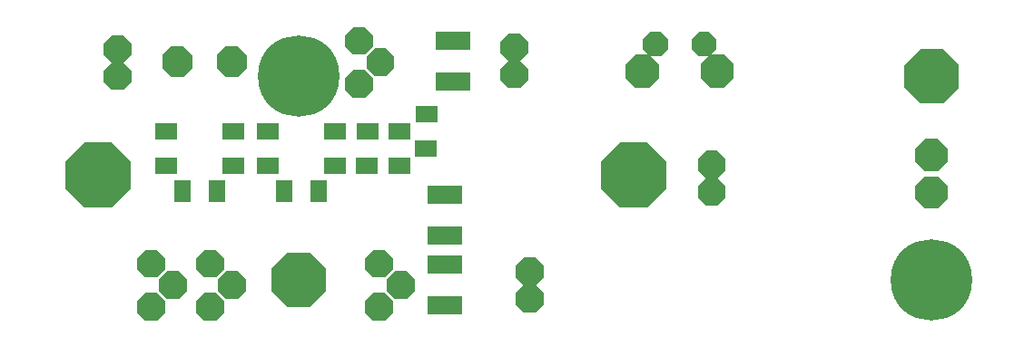
<source format=gbr>
%FSLAX34Y34*%
%MOMM*%
%LNSOLDERMASK_BOTTOM*%
G71*
G01*
%ADD10C,7.600*%
%ADD11R,2.000X1.500*%
%ADD12R,1.500X2.000*%
%ADD13R,3.200X1.700*%
%LPD*%
X215000Y-55000D02*
G54D10*
D03*
G36*
X189500Y-234417D02*
X204417Y-219500D01*
X225583Y-219500D01*
X240500Y-234417D01*
X240500Y-255583D01*
X225583Y-270500D01*
X204417Y-270500D01*
X189500Y-255583D01*
X189500Y-234417D01*
G37*
G36*
X779500Y-44417D02*
X794417Y-29500D01*
X815583Y-29500D01*
X830500Y-44417D01*
X830500Y-65583D01*
X815583Y-80500D01*
X794417Y-80500D01*
X779500Y-65583D01*
X779500Y-44417D01*
G37*
X805000Y-245000D02*
G54D10*
D03*
G36*
X497000Y-134842D02*
X514842Y-117000D01*
X540158Y-117000D01*
X558000Y-134842D01*
X558000Y-160158D01*
X540158Y-178000D01*
X514842Y-178000D01*
X497000Y-160158D01*
X497000Y-134842D01*
G37*
G36*
X-3000Y-134842D02*
X14842Y-117000D01*
X40158Y-117000D01*
X58000Y-134842D01*
X58000Y-160158D01*
X40158Y-178000D01*
X14842Y-178000D01*
X-3000Y-160158D01*
X-3000Y-134842D01*
G37*
X91200Y-138800D02*
G54D11*
D03*
X91300Y-106300D02*
G54D11*
D03*
X153700Y-138800D02*
G54D11*
D03*
X153800Y-106300D02*
G54D11*
D03*
X186200Y-138800D02*
G54D11*
D03*
X186300Y-106300D02*
G54D11*
D03*
X248700Y-138800D02*
G54D11*
D03*
X248800Y-106300D02*
G54D11*
D03*
X138750Y-162600D02*
G54D12*
D03*
X106250Y-162500D02*
G54D12*
D03*
X233750Y-162600D02*
G54D12*
D03*
X201250Y-162500D02*
G54D12*
D03*
G36*
X102895Y-237000D02*
X110500Y-244605D01*
X110500Y-255395D01*
X102895Y-263000D01*
X92105Y-263000D01*
X84500Y-255395D01*
X84500Y-244605D01*
X92105Y-237000D01*
X102895Y-237000D01*
G37*
G36*
X82895Y-217000D02*
X90500Y-224605D01*
X90500Y-235395D01*
X82895Y-243000D01*
X72105Y-243000D01*
X64500Y-235395D01*
X64500Y-224605D01*
X72105Y-217000D01*
X82895Y-217000D01*
G37*
G36*
X82895Y-257000D02*
X90500Y-264605D01*
X90500Y-275395D01*
X82895Y-283000D01*
X72105Y-283000D01*
X64500Y-275395D01*
X64500Y-264605D01*
X72105Y-257000D01*
X82895Y-257000D01*
G37*
G36*
X157895Y-237000D02*
X165500Y-244605D01*
X165500Y-255395D01*
X157895Y-263000D01*
X147105Y-263000D01*
X139500Y-255395D01*
X139500Y-244605D01*
X147105Y-237000D01*
X157895Y-237000D01*
G37*
G36*
X137895Y-217000D02*
X145500Y-224605D01*
X145500Y-235395D01*
X137895Y-243000D01*
X127105Y-243000D01*
X119500Y-235395D01*
X119500Y-224605D01*
X127105Y-217000D01*
X137895Y-217000D01*
G37*
G36*
X137895Y-257000D02*
X145500Y-264605D01*
X145500Y-275395D01*
X137895Y-283000D01*
X127105Y-283000D01*
X119500Y-275395D01*
X119500Y-264605D01*
X127105Y-257000D01*
X137895Y-257000D01*
G37*
X278700Y-138800D02*
G54D11*
D03*
X278800Y-106300D02*
G54D11*
D03*
G36*
X315395Y-237000D02*
X323000Y-244605D01*
X323000Y-255395D01*
X315395Y-263000D01*
X304605Y-263000D01*
X297000Y-255395D01*
X297000Y-244605D01*
X304605Y-237000D01*
X315395Y-237000D01*
G37*
G36*
X295395Y-217000D02*
X303000Y-224605D01*
X303000Y-235395D01*
X295395Y-243000D01*
X284605Y-243000D01*
X277000Y-235395D01*
X277000Y-224605D01*
X284605Y-217000D01*
X295395Y-217000D01*
G37*
G36*
X295395Y-257000D02*
X303000Y-264605D01*
X303000Y-275395D01*
X295395Y-283000D01*
X284605Y-283000D01*
X277000Y-275395D01*
X277000Y-264605D01*
X284605Y-257000D01*
X295395Y-257000D01*
G37*
X308700Y-138800D02*
G54D11*
D03*
X308800Y-106300D02*
G54D11*
D03*
X351500Y-231000D02*
G54D13*
D03*
X351500Y-269000D02*
G54D13*
D03*
X351500Y-166000D02*
G54D13*
D03*
X351500Y-204000D02*
G54D13*
D03*
G36*
X424805Y-275700D02*
X417200Y-268095D01*
X417200Y-257305D01*
X424805Y-249700D01*
X435595Y-249700D01*
X443200Y-257305D01*
X443200Y-268095D01*
X435595Y-275700D01*
X424805Y-275700D01*
G37*
G36*
X424805Y-250300D02*
X417200Y-242695D01*
X417200Y-231905D01*
X424805Y-224300D01*
X435595Y-224300D01*
X443200Y-231905D01*
X443200Y-242695D01*
X435595Y-250300D01*
X424805Y-250300D01*
G37*
G36*
X528618Y-65550D02*
X519550Y-56482D01*
X519550Y-43618D01*
X528618Y-34550D01*
X541482Y-34550D01*
X550550Y-43618D01*
X550550Y-56482D01*
X541482Y-65550D01*
X528618Y-65550D01*
G37*
G36*
X598618Y-65550D02*
X589550Y-56482D01*
X589550Y-43618D01*
X598618Y-34550D01*
X611482Y-34550D01*
X620550Y-43618D01*
X620550Y-56482D01*
X611482Y-65550D01*
X598618Y-65550D01*
G37*
G36*
X542777Y-36550D02*
X536050Y-29823D01*
X536050Y-20277D01*
X542777Y-13550D01*
X552323Y-13550D01*
X559050Y-20277D01*
X559050Y-29823D01*
X552323Y-36550D01*
X542777Y-36550D01*
G37*
G36*
X587777Y-36550D02*
X581050Y-29823D01*
X581050Y-20277D01*
X587777Y-13550D01*
X597323Y-13550D01*
X604050Y-20277D01*
X604050Y-29823D01*
X597323Y-36550D01*
X587777Y-36550D01*
G37*
G36*
X587000Y-132105D02*
X594605Y-124500D01*
X605395Y-124500D01*
X613000Y-132105D01*
X613000Y-142895D01*
X605395Y-150500D01*
X594605Y-150500D01*
X587000Y-142895D01*
X587000Y-132105D01*
G37*
G36*
X587000Y-157105D02*
X594605Y-149500D01*
X605395Y-149500D01*
X613000Y-157105D01*
X613000Y-167895D01*
X605395Y-175500D01*
X594605Y-175500D01*
X587000Y-167895D01*
X587000Y-157105D01*
G37*
G36*
X296495Y-28825D02*
X304100Y-36430D01*
X304100Y-47220D01*
X296495Y-54825D01*
X285705Y-54825D01*
X278100Y-47220D01*
X278100Y-36430D01*
X285705Y-28825D01*
X296495Y-28825D01*
G37*
G36*
X276495Y-8825D02*
X284100Y-16430D01*
X284100Y-27220D01*
X276495Y-34825D01*
X265705Y-34825D01*
X258100Y-27220D01*
X258100Y-16430D01*
X265705Y-8825D01*
X276495Y-8825D01*
G37*
G36*
X276495Y-48825D02*
X284100Y-56430D01*
X284100Y-67220D01*
X276495Y-74825D01*
X265705Y-74825D01*
X258100Y-67220D01*
X258100Y-56430D01*
X265705Y-48825D01*
X276495Y-48825D01*
G37*
X333700Y-122800D02*
G54D11*
D03*
X333800Y-90300D02*
G54D11*
D03*
G36*
X87600Y-35465D02*
X95790Y-27275D01*
X107410Y-27275D01*
X115600Y-35465D01*
X115600Y-47085D01*
X107410Y-55275D01*
X95790Y-55275D01*
X87600Y-47085D01*
X87600Y-35465D01*
G37*
G36*
X138400Y-35465D02*
X146590Y-27275D01*
X158210Y-27275D01*
X166400Y-35465D01*
X166400Y-47085D01*
X158210Y-55275D01*
X146590Y-55275D01*
X138400Y-47085D01*
X138400Y-35465D01*
G37*
X358644Y-21538D02*
G54D13*
D03*
X358644Y-59538D02*
G54D13*
D03*
G36*
X410518Y-66150D02*
X402912Y-58545D01*
X402912Y-47755D01*
X410518Y-40150D01*
X421308Y-40150D01*
X428912Y-47755D01*
X428912Y-58545D01*
X421308Y-66150D01*
X410518Y-66150D01*
G37*
G36*
X410518Y-40750D02*
X402912Y-33145D01*
X402912Y-22355D01*
X410518Y-14750D01*
X421308Y-14750D01*
X428912Y-22355D01*
X428912Y-33145D01*
X421308Y-40750D01*
X410518Y-40750D01*
G37*
G36*
X789862Y-122362D02*
X798638Y-113588D01*
X811088Y-113588D01*
X819862Y-122362D01*
X819862Y-134812D01*
X811088Y-143588D01*
X798638Y-143588D01*
X789862Y-134812D01*
X789862Y-122362D01*
G37*
G36*
X789862Y-157362D02*
X798638Y-148588D01*
X811088Y-148588D01*
X819862Y-157362D01*
X819862Y-169812D01*
X811088Y-178588D01*
X798638Y-178588D01*
X789862Y-169812D01*
X789862Y-157362D01*
G37*
G36*
X51419Y-16338D02*
X59024Y-23944D01*
X59024Y-34734D01*
X51419Y-42338D01*
X40629Y-42338D01*
X33024Y-34734D01*
X33024Y-23944D01*
X40629Y-16338D01*
X51419Y-16338D01*
G37*
G36*
X51419Y-41738D02*
X59024Y-49344D01*
X59024Y-60134D01*
X51419Y-67738D01*
X40629Y-67738D01*
X33024Y-60134D01*
X33024Y-49344D01*
X40629Y-41738D01*
X51419Y-41738D01*
G37*
M02*

</source>
